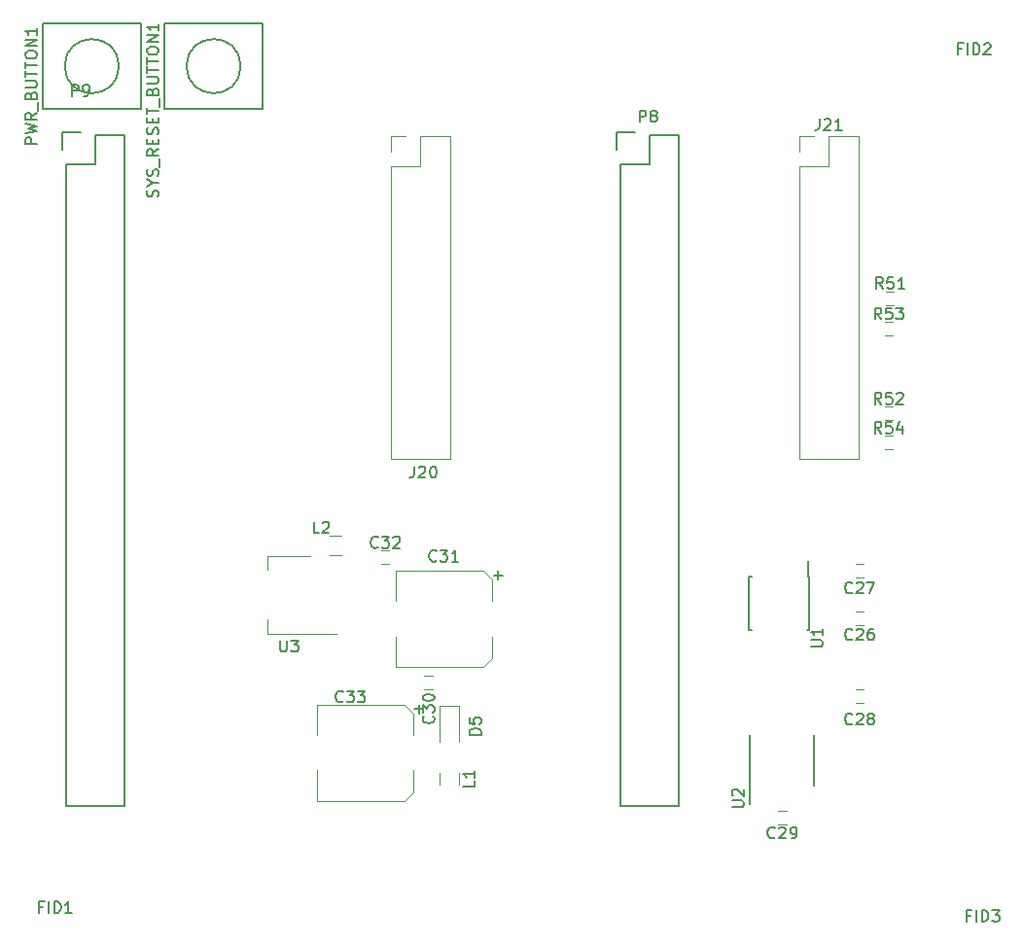
<source format=gto>
G04 #@! TF.FileFunction,Legend,Top*
%FSLAX46Y46*%
G04 Gerber Fmt 4.6, Leading zero omitted, Abs format (unit mm)*
G04 Created by KiCad (PCBNEW 4.0.6) date 08/23/17 08:58:04*
%MOMM*%
%LPD*%
G01*
G04 APERTURE LIST*
%ADD10C,0.100000*%
%ADD11C,0.150000*%
%ADD12C,0.120000*%
G04 APERTURE END LIST*
D10*
D11*
X218088100Y-100556400D02*
X218088100Y-42136400D01*
X213008100Y-100556400D02*
X213008100Y-44676400D01*
X218088100Y-100556400D02*
X213008100Y-100556400D01*
X218088100Y-42136400D02*
X215548100Y-42136400D01*
X214278100Y-41856400D02*
X212728100Y-41856400D01*
X215548100Y-42136400D02*
X215548100Y-44676400D01*
X215548100Y-44676400D02*
X213008100Y-44676400D01*
X212728100Y-41856400D02*
X212728100Y-43406400D01*
X169828100Y-100556400D02*
X169828100Y-42136400D01*
X164748100Y-100556400D02*
X164748100Y-44676400D01*
X169828100Y-100556400D02*
X164748100Y-100556400D01*
X169828100Y-42136400D02*
X167288100Y-42136400D01*
X166018100Y-41856400D02*
X164468100Y-41856400D01*
X167288100Y-42136400D02*
X167288100Y-44676400D01*
X167288100Y-44676400D02*
X164748100Y-44676400D01*
X164468100Y-41856400D02*
X164468100Y-43406400D01*
D12*
X233510100Y-83647105D02*
X234210100Y-83647105D01*
X234210100Y-84847105D02*
X233510100Y-84847105D01*
X233510100Y-79482400D02*
X234210100Y-79482400D01*
X234210100Y-80682400D02*
X233510100Y-80682400D01*
X233510100Y-90404398D02*
X234210100Y-90404398D01*
X234210100Y-91604398D02*
X233510100Y-91604398D01*
X227479100Y-102145400D02*
X226779100Y-102145400D01*
X226779100Y-100945400D02*
X227479100Y-100945400D01*
X196664100Y-90414400D02*
X195964100Y-90414400D01*
X195964100Y-89214400D02*
X196664100Y-89214400D01*
X201855100Y-87703400D02*
X201855100Y-85833400D01*
X201855100Y-80843400D02*
X201855100Y-82713400D01*
X193475100Y-80083400D02*
X193475100Y-82713400D01*
X193475100Y-88463400D02*
X193475100Y-85833400D01*
X193475100Y-80083400D02*
X201095100Y-80083400D01*
X201095100Y-80083400D02*
X201855100Y-80843400D01*
X201855100Y-87703400D02*
X201095100Y-88463400D01*
X201095100Y-88463400D02*
X193475100Y-88463400D01*
X192220100Y-78292400D02*
X192920100Y-78292400D01*
X192920100Y-79492400D02*
X192220100Y-79492400D01*
X194982100Y-99340400D02*
X194982100Y-97470400D01*
X194982100Y-92480400D02*
X194982100Y-94350400D01*
X186602100Y-91720400D02*
X186602100Y-94350400D01*
X186602100Y-100100400D02*
X186602100Y-97470400D01*
X186602100Y-91720400D02*
X194222100Y-91720400D01*
X194222100Y-91720400D02*
X194982100Y-92480400D01*
X194982100Y-99340400D02*
X194222100Y-100100400D01*
X194222100Y-100100400D02*
X186602100Y-100100400D01*
X198984100Y-91830400D02*
X197284100Y-91830400D01*
X197284100Y-91830400D02*
X197284100Y-94980400D01*
X198984100Y-91830400D02*
X198984100Y-94980400D01*
X199008100Y-98696400D02*
X199008100Y-97696400D01*
X197308100Y-97696400D02*
X197308100Y-98696400D01*
X187752100Y-78726400D02*
X188752100Y-78726400D01*
X188752100Y-77026400D02*
X187752100Y-77026400D01*
D11*
X169378595Y-36132400D02*
G75*
G03X169378595Y-36132400I-2358495J0D01*
G01*
X162770100Y-39882400D02*
X162770100Y-32382400D01*
X162770100Y-32382400D02*
X171270100Y-32382400D01*
X171270100Y-32382400D02*
X171270100Y-39882400D01*
X171270100Y-39882400D02*
X162770100Y-39882400D01*
D12*
X236147910Y-55733400D02*
X236847910Y-55733400D01*
X236847910Y-56933400D02*
X236147910Y-56933400D01*
X236050100Y-65766400D02*
X236750100Y-65766400D01*
X236750100Y-66966400D02*
X236050100Y-66966400D01*
X236050100Y-58400400D02*
X236750100Y-58400400D01*
X236750100Y-59600400D02*
X236050100Y-59600400D01*
X236050100Y-68306400D02*
X236750100Y-68306400D01*
X236750100Y-69506400D02*
X236050100Y-69506400D01*
D11*
X229494100Y-80551400D02*
X229369100Y-80551400D01*
X229494100Y-85201400D02*
X229269100Y-85201400D01*
X224244100Y-85201400D02*
X224469100Y-85201400D01*
X224244100Y-80551400D02*
X224469100Y-80551400D01*
X229494100Y-80551400D02*
X229494100Y-85201400D01*
X224244100Y-80551400D02*
X224244100Y-85201400D01*
X229369100Y-80551400D02*
X229369100Y-79201400D01*
X229854100Y-98792400D02*
X229854100Y-94392400D01*
X224329100Y-100367400D02*
X224329100Y-94392400D01*
D12*
X182278100Y-78770400D02*
X182278100Y-80030400D01*
X182278100Y-85590400D02*
X182278100Y-84330400D01*
X186038100Y-78770400D02*
X182278100Y-78770400D01*
X188288100Y-85590400D02*
X182278100Y-85590400D01*
X193018100Y-70316400D02*
X198218100Y-70316400D01*
X193018100Y-44856400D02*
X193018100Y-70316400D01*
X198218100Y-42256400D02*
X198218100Y-70316400D01*
X193018100Y-44856400D02*
X195618100Y-44856400D01*
X195618100Y-44856400D02*
X195618100Y-42256400D01*
X195618100Y-42256400D02*
X198218100Y-42256400D01*
X193018100Y-43586400D02*
X193018100Y-42256400D01*
X193018100Y-42256400D02*
X194348100Y-42256400D01*
X228578100Y-70316400D02*
X233778100Y-70316400D01*
X228578100Y-44856400D02*
X228578100Y-70316400D01*
X233778100Y-42256400D02*
X233778100Y-70316400D01*
X228578100Y-44856400D02*
X231178100Y-44856400D01*
X231178100Y-44856400D02*
X231178100Y-42256400D01*
X231178100Y-42256400D02*
X233778100Y-42256400D01*
X228578100Y-43586400D02*
X228578100Y-42256400D01*
X228578100Y-42256400D02*
X229908100Y-42256400D01*
D11*
X179978595Y-36132400D02*
G75*
G03X179978595Y-36132400I-2358495J0D01*
G01*
X173370100Y-39882400D02*
X173370100Y-32382400D01*
X173370100Y-32382400D02*
X181870100Y-32382400D01*
X181870100Y-32382400D02*
X181870100Y-39882400D01*
X181870100Y-39882400D02*
X173370100Y-39882400D01*
X214692005Y-40990781D02*
X214692005Y-39990781D01*
X215072958Y-39990781D01*
X215168196Y-40038400D01*
X215215815Y-40086019D01*
X215263434Y-40181257D01*
X215263434Y-40324114D01*
X215215815Y-40419352D01*
X215168196Y-40466971D01*
X215072958Y-40514590D01*
X214692005Y-40514590D01*
X215834862Y-40419352D02*
X215739624Y-40371733D01*
X215692005Y-40324114D01*
X215644386Y-40228876D01*
X215644386Y-40181257D01*
X215692005Y-40086019D01*
X215739624Y-40038400D01*
X215834862Y-39990781D01*
X216025339Y-39990781D01*
X216120577Y-40038400D01*
X216168196Y-40086019D01*
X216215815Y-40181257D01*
X216215815Y-40228876D01*
X216168196Y-40324114D01*
X216120577Y-40371733D01*
X216025339Y-40419352D01*
X215834862Y-40419352D01*
X215739624Y-40466971D01*
X215692005Y-40514590D01*
X215644386Y-40609829D01*
X215644386Y-40800305D01*
X215692005Y-40895543D01*
X215739624Y-40943162D01*
X215834862Y-40990781D01*
X216025339Y-40990781D01*
X216120577Y-40943162D01*
X216168196Y-40895543D01*
X216215815Y-40800305D01*
X216215815Y-40609829D01*
X216168196Y-40514590D01*
X216120577Y-40466971D01*
X216025339Y-40419352D01*
X165280005Y-38758781D02*
X165280005Y-37758781D01*
X165660958Y-37758781D01*
X165756196Y-37806400D01*
X165803815Y-37854019D01*
X165851434Y-37949257D01*
X165851434Y-38092114D01*
X165803815Y-38187352D01*
X165756196Y-38234971D01*
X165660958Y-38282590D01*
X165280005Y-38282590D01*
X166327624Y-38758781D02*
X166518100Y-38758781D01*
X166613339Y-38711162D01*
X166660958Y-38663543D01*
X166756196Y-38520686D01*
X166803815Y-38330210D01*
X166803815Y-37949257D01*
X166756196Y-37854019D01*
X166708577Y-37806400D01*
X166613339Y-37758781D01*
X166422862Y-37758781D01*
X166327624Y-37806400D01*
X166280005Y-37854019D01*
X166232386Y-37949257D01*
X166232386Y-38187352D01*
X166280005Y-38282590D01*
X166327624Y-38330210D01*
X166422862Y-38377829D01*
X166613339Y-38377829D01*
X166708577Y-38330210D01*
X166756196Y-38282590D01*
X166803815Y-38187352D01*
X233217243Y-86027543D02*
X233169624Y-86075162D01*
X233026767Y-86122781D01*
X232931529Y-86122781D01*
X232788671Y-86075162D01*
X232693433Y-85979924D01*
X232645814Y-85884686D01*
X232598195Y-85694210D01*
X232598195Y-85551352D01*
X232645814Y-85360876D01*
X232693433Y-85265638D01*
X232788671Y-85170400D01*
X232931529Y-85122781D01*
X233026767Y-85122781D01*
X233169624Y-85170400D01*
X233217243Y-85218019D01*
X233598195Y-85218019D02*
X233645814Y-85170400D01*
X233741052Y-85122781D01*
X233979148Y-85122781D01*
X234074386Y-85170400D01*
X234122005Y-85218019D01*
X234169624Y-85313257D01*
X234169624Y-85408495D01*
X234122005Y-85551352D01*
X233550576Y-86122781D01*
X234169624Y-86122781D01*
X235026767Y-85122781D02*
X234836290Y-85122781D01*
X234741052Y-85170400D01*
X234693433Y-85218019D01*
X234598195Y-85360876D01*
X234550576Y-85551352D01*
X234550576Y-85932305D01*
X234598195Y-86027543D01*
X234645814Y-86075162D01*
X234741052Y-86122781D01*
X234931529Y-86122781D01*
X235026767Y-86075162D01*
X235074386Y-86027543D01*
X235122005Y-85932305D01*
X235122005Y-85694210D01*
X235074386Y-85598971D01*
X235026767Y-85551352D01*
X234931529Y-85503733D01*
X234741052Y-85503733D01*
X234645814Y-85551352D01*
X234598195Y-85598971D01*
X234550576Y-85694210D01*
X233217243Y-81963543D02*
X233169624Y-82011162D01*
X233026767Y-82058781D01*
X232931529Y-82058781D01*
X232788671Y-82011162D01*
X232693433Y-81915924D01*
X232645814Y-81820686D01*
X232598195Y-81630210D01*
X232598195Y-81487352D01*
X232645814Y-81296876D01*
X232693433Y-81201638D01*
X232788671Y-81106400D01*
X232931529Y-81058781D01*
X233026767Y-81058781D01*
X233169624Y-81106400D01*
X233217243Y-81154019D01*
X233598195Y-81154019D02*
X233645814Y-81106400D01*
X233741052Y-81058781D01*
X233979148Y-81058781D01*
X234074386Y-81106400D01*
X234122005Y-81154019D01*
X234169624Y-81249257D01*
X234169624Y-81344495D01*
X234122005Y-81487352D01*
X233550576Y-82058781D01*
X234169624Y-82058781D01*
X234502957Y-81058781D02*
X235169624Y-81058781D01*
X234741052Y-82058781D01*
X233217243Y-93393541D02*
X233169624Y-93441160D01*
X233026767Y-93488779D01*
X232931529Y-93488779D01*
X232788671Y-93441160D01*
X232693433Y-93345922D01*
X232645814Y-93250684D01*
X232598195Y-93060208D01*
X232598195Y-92917350D01*
X232645814Y-92726874D01*
X232693433Y-92631636D01*
X232788671Y-92536398D01*
X232931529Y-92488779D01*
X233026767Y-92488779D01*
X233169624Y-92536398D01*
X233217243Y-92584017D01*
X233598195Y-92584017D02*
X233645814Y-92536398D01*
X233741052Y-92488779D01*
X233979148Y-92488779D01*
X234074386Y-92536398D01*
X234122005Y-92584017D01*
X234169624Y-92679255D01*
X234169624Y-92774493D01*
X234122005Y-92917350D01*
X233550576Y-93488779D01*
X234169624Y-93488779D01*
X234741052Y-92917350D02*
X234645814Y-92869731D01*
X234598195Y-92822112D01*
X234550576Y-92726874D01*
X234550576Y-92679255D01*
X234598195Y-92584017D01*
X234645814Y-92536398D01*
X234741052Y-92488779D01*
X234931529Y-92488779D01*
X235026767Y-92536398D01*
X235074386Y-92584017D01*
X235122005Y-92679255D01*
X235122005Y-92726874D01*
X235074386Y-92822112D01*
X235026767Y-92869731D01*
X234931529Y-92917350D01*
X234741052Y-92917350D01*
X234645814Y-92964969D01*
X234598195Y-93012588D01*
X234550576Y-93107827D01*
X234550576Y-93298303D01*
X234598195Y-93393541D01*
X234645814Y-93441160D01*
X234741052Y-93488779D01*
X234931529Y-93488779D01*
X235026767Y-93441160D01*
X235074386Y-93393541D01*
X235122005Y-93298303D01*
X235122005Y-93107827D01*
X235074386Y-93012588D01*
X235026767Y-92964969D01*
X234931529Y-92917350D01*
X226486243Y-103299543D02*
X226438624Y-103347162D01*
X226295767Y-103394781D01*
X226200529Y-103394781D01*
X226057671Y-103347162D01*
X225962433Y-103251924D01*
X225914814Y-103156686D01*
X225867195Y-102966210D01*
X225867195Y-102823352D01*
X225914814Y-102632876D01*
X225962433Y-102537638D01*
X226057671Y-102442400D01*
X226200529Y-102394781D01*
X226295767Y-102394781D01*
X226438624Y-102442400D01*
X226486243Y-102490019D01*
X226867195Y-102490019D02*
X226914814Y-102442400D01*
X227010052Y-102394781D01*
X227248148Y-102394781D01*
X227343386Y-102442400D01*
X227391005Y-102490019D01*
X227438624Y-102585257D01*
X227438624Y-102680495D01*
X227391005Y-102823352D01*
X226819576Y-103394781D01*
X227438624Y-103394781D01*
X227914814Y-103394781D02*
X228105290Y-103394781D01*
X228200529Y-103347162D01*
X228248148Y-103299543D01*
X228343386Y-103156686D01*
X228391005Y-102966210D01*
X228391005Y-102585257D01*
X228343386Y-102490019D01*
X228295767Y-102442400D01*
X228200529Y-102394781D01*
X228010052Y-102394781D01*
X227914814Y-102442400D01*
X227867195Y-102490019D01*
X227819576Y-102585257D01*
X227819576Y-102823352D01*
X227867195Y-102918590D01*
X227914814Y-102966210D01*
X228010052Y-103013829D01*
X228200529Y-103013829D01*
X228295767Y-102966210D01*
X228343386Y-102918590D01*
X228391005Y-102823352D01*
X196737243Y-92743257D02*
X196784862Y-92790876D01*
X196832481Y-92933733D01*
X196832481Y-93028971D01*
X196784862Y-93171829D01*
X196689624Y-93267067D01*
X196594386Y-93314686D01*
X196403910Y-93362305D01*
X196261052Y-93362305D01*
X196070576Y-93314686D01*
X195975338Y-93267067D01*
X195880100Y-93171829D01*
X195832481Y-93028971D01*
X195832481Y-92933733D01*
X195880100Y-92790876D01*
X195927719Y-92743257D01*
X195832481Y-92409924D02*
X195832481Y-91790876D01*
X196213433Y-92124210D01*
X196213433Y-91981352D01*
X196261052Y-91886114D01*
X196308671Y-91838495D01*
X196403910Y-91790876D01*
X196642005Y-91790876D01*
X196737243Y-91838495D01*
X196784862Y-91886114D01*
X196832481Y-91981352D01*
X196832481Y-92267067D01*
X196784862Y-92362305D01*
X196737243Y-92409924D01*
X195832481Y-91171829D02*
X195832481Y-91076590D01*
X195880100Y-90981352D01*
X195927719Y-90933733D01*
X196022957Y-90886114D01*
X196213433Y-90838495D01*
X196451529Y-90838495D01*
X196642005Y-90886114D01*
X196737243Y-90933733D01*
X196784862Y-90981352D01*
X196832481Y-91076590D01*
X196832481Y-91171829D01*
X196784862Y-91267067D01*
X196737243Y-91314686D01*
X196642005Y-91362305D01*
X196451529Y-91409924D01*
X196213433Y-91409924D01*
X196022957Y-91362305D01*
X195927719Y-91314686D01*
X195880100Y-91267067D01*
X195832481Y-91171829D01*
X197022243Y-79180543D02*
X196974624Y-79228162D01*
X196831767Y-79275781D01*
X196736529Y-79275781D01*
X196593671Y-79228162D01*
X196498433Y-79132924D01*
X196450814Y-79037686D01*
X196403195Y-78847210D01*
X196403195Y-78704352D01*
X196450814Y-78513876D01*
X196498433Y-78418638D01*
X196593671Y-78323400D01*
X196736529Y-78275781D01*
X196831767Y-78275781D01*
X196974624Y-78323400D01*
X197022243Y-78371019D01*
X197355576Y-78275781D02*
X197974624Y-78275781D01*
X197641290Y-78656733D01*
X197784148Y-78656733D01*
X197879386Y-78704352D01*
X197927005Y-78751971D01*
X197974624Y-78847210D01*
X197974624Y-79085305D01*
X197927005Y-79180543D01*
X197879386Y-79228162D01*
X197784148Y-79275781D01*
X197498433Y-79275781D01*
X197403195Y-79228162D01*
X197355576Y-79180543D01*
X198927005Y-79275781D02*
X198355576Y-79275781D01*
X198641290Y-79275781D02*
X198641290Y-78275781D01*
X198546052Y-78418638D01*
X198450814Y-78513876D01*
X198355576Y-78561495D01*
X202004148Y-80494829D02*
X202766053Y-80494829D01*
X202385101Y-80875781D02*
X202385101Y-80113876D01*
X191927243Y-77999543D02*
X191879624Y-78047162D01*
X191736767Y-78094781D01*
X191641529Y-78094781D01*
X191498671Y-78047162D01*
X191403433Y-77951924D01*
X191355814Y-77856686D01*
X191308195Y-77666210D01*
X191308195Y-77523352D01*
X191355814Y-77332876D01*
X191403433Y-77237638D01*
X191498671Y-77142400D01*
X191641529Y-77094781D01*
X191736767Y-77094781D01*
X191879624Y-77142400D01*
X191927243Y-77190019D01*
X192260576Y-77094781D02*
X192879624Y-77094781D01*
X192546290Y-77475733D01*
X192689148Y-77475733D01*
X192784386Y-77523352D01*
X192832005Y-77570971D01*
X192879624Y-77666210D01*
X192879624Y-77904305D01*
X192832005Y-77999543D01*
X192784386Y-78047162D01*
X192689148Y-78094781D01*
X192403433Y-78094781D01*
X192308195Y-78047162D01*
X192260576Y-77999543D01*
X193260576Y-77190019D02*
X193308195Y-77142400D01*
X193403433Y-77094781D01*
X193641529Y-77094781D01*
X193736767Y-77142400D01*
X193784386Y-77190019D01*
X193832005Y-77285257D01*
X193832005Y-77380495D01*
X193784386Y-77523352D01*
X193212957Y-78094781D01*
X193832005Y-78094781D01*
X188879243Y-91441543D02*
X188831624Y-91489162D01*
X188688767Y-91536781D01*
X188593529Y-91536781D01*
X188450671Y-91489162D01*
X188355433Y-91393924D01*
X188307814Y-91298686D01*
X188260195Y-91108210D01*
X188260195Y-90965352D01*
X188307814Y-90774876D01*
X188355433Y-90679638D01*
X188450671Y-90584400D01*
X188593529Y-90536781D01*
X188688767Y-90536781D01*
X188831624Y-90584400D01*
X188879243Y-90632019D01*
X189212576Y-90536781D02*
X189831624Y-90536781D01*
X189498290Y-90917733D01*
X189641148Y-90917733D01*
X189736386Y-90965352D01*
X189784005Y-91012971D01*
X189831624Y-91108210D01*
X189831624Y-91346305D01*
X189784005Y-91441543D01*
X189736386Y-91489162D01*
X189641148Y-91536781D01*
X189355433Y-91536781D01*
X189260195Y-91489162D01*
X189212576Y-91441543D01*
X190164957Y-90536781D02*
X190784005Y-90536781D01*
X190450671Y-90917733D01*
X190593529Y-90917733D01*
X190688767Y-90965352D01*
X190736386Y-91012971D01*
X190784005Y-91108210D01*
X190784005Y-91346305D01*
X190736386Y-91441543D01*
X190688767Y-91489162D01*
X190593529Y-91536781D01*
X190307814Y-91536781D01*
X190212576Y-91489162D01*
X190164957Y-91441543D01*
X195131148Y-92131829D02*
X195893053Y-92131829D01*
X195512101Y-92512781D02*
X195512101Y-91750876D01*
X200896481Y-94362495D02*
X199896481Y-94362495D01*
X199896481Y-94124400D01*
X199944100Y-93981542D01*
X200039338Y-93886304D01*
X200134576Y-93838685D01*
X200325052Y-93791066D01*
X200467910Y-93791066D01*
X200658386Y-93838685D01*
X200753624Y-93886304D01*
X200848862Y-93981542D01*
X200896481Y-94124400D01*
X200896481Y-94362495D01*
X199896481Y-92886304D02*
X199896481Y-93362495D01*
X200372671Y-93410114D01*
X200325052Y-93362495D01*
X200277433Y-93267257D01*
X200277433Y-93029161D01*
X200325052Y-92933923D01*
X200372671Y-92886304D01*
X200467910Y-92838685D01*
X200706005Y-92838685D01*
X200801243Y-92886304D01*
X200848862Y-92933923D01*
X200896481Y-93029161D01*
X200896481Y-93267257D01*
X200848862Y-93362495D01*
X200801243Y-93410114D01*
X200360481Y-98363066D02*
X200360481Y-98839257D01*
X199360481Y-98839257D01*
X200360481Y-97505923D02*
X200360481Y-98077352D01*
X200360481Y-97791638D02*
X199360481Y-97791638D01*
X199503338Y-97886876D01*
X199598576Y-97982114D01*
X199646195Y-98077352D01*
X186815434Y-76804781D02*
X186339243Y-76804781D01*
X186339243Y-75804781D01*
X187101148Y-75900019D02*
X187148767Y-75852400D01*
X187244005Y-75804781D01*
X187482101Y-75804781D01*
X187577339Y-75852400D01*
X187624958Y-75900019D01*
X187672577Y-75995257D01*
X187672577Y-76090495D01*
X187624958Y-76233352D01*
X187053529Y-76804781D01*
X187672577Y-76804781D01*
X162222481Y-42906210D02*
X161222481Y-42906210D01*
X161222481Y-42525257D01*
X161270100Y-42430019D01*
X161317719Y-42382400D01*
X161412957Y-42334781D01*
X161555814Y-42334781D01*
X161651052Y-42382400D01*
X161698671Y-42430019D01*
X161746290Y-42525257D01*
X161746290Y-42906210D01*
X161222481Y-42001448D02*
X162222481Y-41763353D01*
X161508195Y-41572876D01*
X162222481Y-41382400D01*
X161222481Y-41144305D01*
X162222481Y-40191924D02*
X161746290Y-40525258D01*
X162222481Y-40763353D02*
X161222481Y-40763353D01*
X161222481Y-40382400D01*
X161270100Y-40287162D01*
X161317719Y-40239543D01*
X161412957Y-40191924D01*
X161555814Y-40191924D01*
X161651052Y-40239543D01*
X161698671Y-40287162D01*
X161746290Y-40382400D01*
X161746290Y-40763353D01*
X162317719Y-40001448D02*
X162317719Y-39239543D01*
X161698671Y-38668114D02*
X161746290Y-38525257D01*
X161793910Y-38477638D01*
X161889148Y-38430019D01*
X162032005Y-38430019D01*
X162127243Y-38477638D01*
X162174862Y-38525257D01*
X162222481Y-38620495D01*
X162222481Y-39001448D01*
X161222481Y-39001448D01*
X161222481Y-38668114D01*
X161270100Y-38572876D01*
X161317719Y-38525257D01*
X161412957Y-38477638D01*
X161508195Y-38477638D01*
X161603433Y-38525257D01*
X161651052Y-38572876D01*
X161698671Y-38668114D01*
X161698671Y-39001448D01*
X161222481Y-38001448D02*
X162032005Y-38001448D01*
X162127243Y-37953829D01*
X162174862Y-37906210D01*
X162222481Y-37810972D01*
X162222481Y-37620495D01*
X162174862Y-37525257D01*
X162127243Y-37477638D01*
X162032005Y-37430019D01*
X161222481Y-37430019D01*
X161222481Y-37096686D02*
X161222481Y-36525257D01*
X162222481Y-36810972D02*
X161222481Y-36810972D01*
X161222481Y-36334781D02*
X161222481Y-35763352D01*
X162222481Y-36049067D02*
X161222481Y-36049067D01*
X161222481Y-35239543D02*
X161222481Y-35049066D01*
X161270100Y-34953828D01*
X161365338Y-34858590D01*
X161555814Y-34810971D01*
X161889148Y-34810971D01*
X162079624Y-34858590D01*
X162174862Y-34953828D01*
X162222481Y-35049066D01*
X162222481Y-35239543D01*
X162174862Y-35334781D01*
X162079624Y-35430019D01*
X161889148Y-35477638D01*
X161555814Y-35477638D01*
X161365338Y-35430019D01*
X161270100Y-35334781D01*
X161222481Y-35239543D01*
X162222481Y-34382400D02*
X161222481Y-34382400D01*
X162222481Y-33810971D01*
X161222481Y-33810971D01*
X162222481Y-32810971D02*
X162222481Y-33382400D01*
X162222481Y-33096686D02*
X161222481Y-33096686D01*
X161365338Y-33191924D01*
X161460576Y-33287162D01*
X161508195Y-33382400D01*
X235884243Y-55515781D02*
X235550909Y-55039590D01*
X235312814Y-55515781D02*
X235312814Y-54515781D01*
X235693767Y-54515781D01*
X235789005Y-54563400D01*
X235836624Y-54611019D01*
X235884243Y-54706257D01*
X235884243Y-54849114D01*
X235836624Y-54944352D01*
X235789005Y-54991971D01*
X235693767Y-55039590D01*
X235312814Y-55039590D01*
X236789005Y-54515781D02*
X236312814Y-54515781D01*
X236265195Y-54991971D01*
X236312814Y-54944352D01*
X236408052Y-54896733D01*
X236646148Y-54896733D01*
X236741386Y-54944352D01*
X236789005Y-54991971D01*
X236836624Y-55087210D01*
X236836624Y-55325305D01*
X236789005Y-55420543D01*
X236741386Y-55468162D01*
X236646148Y-55515781D01*
X236408052Y-55515781D01*
X236312814Y-55468162D01*
X236265195Y-55420543D01*
X237789005Y-55515781D02*
X237217576Y-55515781D01*
X237503290Y-55515781D02*
X237503290Y-54515781D01*
X237408052Y-54658638D01*
X237312814Y-54753876D01*
X237217576Y-54801495D01*
X235757243Y-65568781D02*
X235423909Y-65092590D01*
X235185814Y-65568781D02*
X235185814Y-64568781D01*
X235566767Y-64568781D01*
X235662005Y-64616400D01*
X235709624Y-64664019D01*
X235757243Y-64759257D01*
X235757243Y-64902114D01*
X235709624Y-64997352D01*
X235662005Y-65044971D01*
X235566767Y-65092590D01*
X235185814Y-65092590D01*
X236662005Y-64568781D02*
X236185814Y-64568781D01*
X236138195Y-65044971D01*
X236185814Y-64997352D01*
X236281052Y-64949733D01*
X236519148Y-64949733D01*
X236614386Y-64997352D01*
X236662005Y-65044971D01*
X236709624Y-65140210D01*
X236709624Y-65378305D01*
X236662005Y-65473543D01*
X236614386Y-65521162D01*
X236519148Y-65568781D01*
X236281052Y-65568781D01*
X236185814Y-65521162D01*
X236138195Y-65473543D01*
X237090576Y-64664019D02*
X237138195Y-64616400D01*
X237233433Y-64568781D01*
X237471529Y-64568781D01*
X237566767Y-64616400D01*
X237614386Y-64664019D01*
X237662005Y-64759257D01*
X237662005Y-64854495D01*
X237614386Y-64997352D01*
X237042957Y-65568781D01*
X237662005Y-65568781D01*
X235757243Y-58182781D02*
X235423909Y-57706590D01*
X235185814Y-58182781D02*
X235185814Y-57182781D01*
X235566767Y-57182781D01*
X235662005Y-57230400D01*
X235709624Y-57278019D01*
X235757243Y-57373257D01*
X235757243Y-57516114D01*
X235709624Y-57611352D01*
X235662005Y-57658971D01*
X235566767Y-57706590D01*
X235185814Y-57706590D01*
X236662005Y-57182781D02*
X236185814Y-57182781D01*
X236138195Y-57658971D01*
X236185814Y-57611352D01*
X236281052Y-57563733D01*
X236519148Y-57563733D01*
X236614386Y-57611352D01*
X236662005Y-57658971D01*
X236709624Y-57754210D01*
X236709624Y-57992305D01*
X236662005Y-58087543D01*
X236614386Y-58135162D01*
X236519148Y-58182781D01*
X236281052Y-58182781D01*
X236185814Y-58135162D01*
X236138195Y-58087543D01*
X237042957Y-57182781D02*
X237662005Y-57182781D01*
X237328671Y-57563733D01*
X237471529Y-57563733D01*
X237566767Y-57611352D01*
X237614386Y-57658971D01*
X237662005Y-57754210D01*
X237662005Y-57992305D01*
X237614386Y-58087543D01*
X237566767Y-58135162D01*
X237471529Y-58182781D01*
X237185814Y-58182781D01*
X237090576Y-58135162D01*
X237042957Y-58087543D01*
X235757243Y-68108781D02*
X235423909Y-67632590D01*
X235185814Y-68108781D02*
X235185814Y-67108781D01*
X235566767Y-67108781D01*
X235662005Y-67156400D01*
X235709624Y-67204019D01*
X235757243Y-67299257D01*
X235757243Y-67442114D01*
X235709624Y-67537352D01*
X235662005Y-67584971D01*
X235566767Y-67632590D01*
X235185814Y-67632590D01*
X236662005Y-67108781D02*
X236185814Y-67108781D01*
X236138195Y-67584971D01*
X236185814Y-67537352D01*
X236281052Y-67489733D01*
X236519148Y-67489733D01*
X236614386Y-67537352D01*
X236662005Y-67584971D01*
X236709624Y-67680210D01*
X236709624Y-67918305D01*
X236662005Y-68013543D01*
X236614386Y-68061162D01*
X236519148Y-68108781D01*
X236281052Y-68108781D01*
X236185814Y-68061162D01*
X236138195Y-68013543D01*
X237566767Y-67442114D02*
X237566767Y-68108781D01*
X237328671Y-67061162D02*
X237090576Y-67775448D01*
X237709624Y-67775448D01*
X229623481Y-86686305D02*
X230433005Y-86686305D01*
X230528243Y-86638686D01*
X230575862Y-86591067D01*
X230623481Y-86495829D01*
X230623481Y-86305352D01*
X230575862Y-86210114D01*
X230528243Y-86162495D01*
X230433005Y-86114876D01*
X229623481Y-86114876D01*
X230623481Y-85114876D02*
X230623481Y-85686305D01*
X230623481Y-85400591D02*
X229623481Y-85400591D01*
X229766338Y-85495829D01*
X229861576Y-85591067D01*
X229909195Y-85686305D01*
X222771481Y-100656305D02*
X223581005Y-100656305D01*
X223676243Y-100608686D01*
X223723862Y-100561067D01*
X223771481Y-100465829D01*
X223771481Y-100275352D01*
X223723862Y-100180114D01*
X223676243Y-100132495D01*
X223581005Y-100084876D01*
X222771481Y-100084876D01*
X222866719Y-99656305D02*
X222819100Y-99608686D01*
X222771481Y-99513448D01*
X222771481Y-99275352D01*
X222819100Y-99180114D01*
X222866719Y-99132495D01*
X222961957Y-99084876D01*
X223057195Y-99084876D01*
X223200052Y-99132495D01*
X223771481Y-99703924D01*
X223771481Y-99084876D01*
X183426195Y-86132781D02*
X183426195Y-86942305D01*
X183473814Y-87037543D01*
X183521433Y-87085162D01*
X183616671Y-87132781D01*
X183807148Y-87132781D01*
X183902386Y-87085162D01*
X183950005Y-87037543D01*
X183997624Y-86942305D01*
X183997624Y-86132781D01*
X184378576Y-86132781D02*
X184997624Y-86132781D01*
X184664290Y-86513733D01*
X184807148Y-86513733D01*
X184902386Y-86561352D01*
X184950005Y-86608971D01*
X184997624Y-86704210D01*
X184997624Y-86942305D01*
X184950005Y-87037543D01*
X184902386Y-87085162D01*
X184807148Y-87132781D01*
X184521433Y-87132781D01*
X184426195Y-87085162D01*
X184378576Y-87037543D01*
X195062577Y-70978781D02*
X195062577Y-71693067D01*
X195014957Y-71835924D01*
X194919719Y-71931162D01*
X194776862Y-71978781D01*
X194681624Y-71978781D01*
X195491148Y-71074019D02*
X195538767Y-71026400D01*
X195634005Y-70978781D01*
X195872101Y-70978781D01*
X195967339Y-71026400D01*
X196014958Y-71074019D01*
X196062577Y-71169257D01*
X196062577Y-71264495D01*
X196014958Y-71407352D01*
X195443529Y-71978781D01*
X196062577Y-71978781D01*
X196681624Y-70978781D02*
X196776863Y-70978781D01*
X196872101Y-71026400D01*
X196919720Y-71074019D01*
X196967339Y-71169257D01*
X197014958Y-71359733D01*
X197014958Y-71597829D01*
X196967339Y-71788305D01*
X196919720Y-71883543D01*
X196872101Y-71931162D01*
X196776863Y-71978781D01*
X196681624Y-71978781D01*
X196586386Y-71931162D01*
X196538767Y-71883543D01*
X196491148Y-71788305D01*
X196443529Y-71597829D01*
X196443529Y-71359733D01*
X196491148Y-71169257D01*
X196538767Y-71074019D01*
X196586386Y-71026400D01*
X196681624Y-70978781D01*
X230368577Y-40708781D02*
X230368577Y-41423067D01*
X230320957Y-41565924D01*
X230225719Y-41661162D01*
X230082862Y-41708781D01*
X229987624Y-41708781D01*
X230797148Y-40804019D02*
X230844767Y-40756400D01*
X230940005Y-40708781D01*
X231178101Y-40708781D01*
X231273339Y-40756400D01*
X231320958Y-40804019D01*
X231368577Y-40899257D01*
X231368577Y-40994495D01*
X231320958Y-41137352D01*
X230749529Y-41708781D01*
X231368577Y-41708781D01*
X232320958Y-41708781D02*
X231749529Y-41708781D01*
X232035243Y-41708781D02*
X232035243Y-40708781D01*
X231940005Y-40851638D01*
X231844767Y-40946876D01*
X231749529Y-40994495D01*
X172774862Y-47506210D02*
X172822481Y-47363353D01*
X172822481Y-47125257D01*
X172774862Y-47030019D01*
X172727243Y-46982400D01*
X172632005Y-46934781D01*
X172536767Y-46934781D01*
X172441529Y-46982400D01*
X172393910Y-47030019D01*
X172346290Y-47125257D01*
X172298671Y-47315734D01*
X172251052Y-47410972D01*
X172203433Y-47458591D01*
X172108195Y-47506210D01*
X172012957Y-47506210D01*
X171917719Y-47458591D01*
X171870100Y-47410972D01*
X171822481Y-47315734D01*
X171822481Y-47077638D01*
X171870100Y-46934781D01*
X172346290Y-46315734D02*
X172822481Y-46315734D01*
X171822481Y-46649067D02*
X172346290Y-46315734D01*
X171822481Y-45982400D01*
X172774862Y-45696686D02*
X172822481Y-45553829D01*
X172822481Y-45315733D01*
X172774862Y-45220495D01*
X172727243Y-45172876D01*
X172632005Y-45125257D01*
X172536767Y-45125257D01*
X172441529Y-45172876D01*
X172393910Y-45220495D01*
X172346290Y-45315733D01*
X172298671Y-45506210D01*
X172251052Y-45601448D01*
X172203433Y-45649067D01*
X172108195Y-45696686D01*
X172012957Y-45696686D01*
X171917719Y-45649067D01*
X171870100Y-45601448D01*
X171822481Y-45506210D01*
X171822481Y-45268114D01*
X171870100Y-45125257D01*
X172917719Y-44934781D02*
X172917719Y-44172876D01*
X172822481Y-43363352D02*
X172346290Y-43696686D01*
X172822481Y-43934781D02*
X171822481Y-43934781D01*
X171822481Y-43553828D01*
X171870100Y-43458590D01*
X171917719Y-43410971D01*
X172012957Y-43363352D01*
X172155814Y-43363352D01*
X172251052Y-43410971D01*
X172298671Y-43458590D01*
X172346290Y-43553828D01*
X172346290Y-43934781D01*
X172298671Y-42934781D02*
X172298671Y-42601447D01*
X172822481Y-42458590D02*
X172822481Y-42934781D01*
X171822481Y-42934781D01*
X171822481Y-42458590D01*
X172774862Y-42077638D02*
X172822481Y-41934781D01*
X172822481Y-41696685D01*
X172774862Y-41601447D01*
X172727243Y-41553828D01*
X172632005Y-41506209D01*
X172536767Y-41506209D01*
X172441529Y-41553828D01*
X172393910Y-41601447D01*
X172346290Y-41696685D01*
X172298671Y-41887162D01*
X172251052Y-41982400D01*
X172203433Y-42030019D01*
X172108195Y-42077638D01*
X172012957Y-42077638D01*
X171917719Y-42030019D01*
X171870100Y-41982400D01*
X171822481Y-41887162D01*
X171822481Y-41649066D01*
X171870100Y-41506209D01*
X172298671Y-41077638D02*
X172298671Y-40744304D01*
X172822481Y-40601447D02*
X172822481Y-41077638D01*
X171822481Y-41077638D01*
X171822481Y-40601447D01*
X171822481Y-40315733D02*
X171822481Y-39744304D01*
X172822481Y-40030019D02*
X171822481Y-40030019D01*
X172917719Y-39649066D02*
X172917719Y-38887161D01*
X172298671Y-38315732D02*
X172346290Y-38172875D01*
X172393910Y-38125256D01*
X172489148Y-38077637D01*
X172632005Y-38077637D01*
X172727243Y-38125256D01*
X172774862Y-38172875D01*
X172822481Y-38268113D01*
X172822481Y-38649066D01*
X171822481Y-38649066D01*
X171822481Y-38315732D01*
X171870100Y-38220494D01*
X171917719Y-38172875D01*
X172012957Y-38125256D01*
X172108195Y-38125256D01*
X172203433Y-38172875D01*
X172251052Y-38220494D01*
X172298671Y-38315732D01*
X172298671Y-38649066D01*
X171822481Y-37649066D02*
X172632005Y-37649066D01*
X172727243Y-37601447D01*
X172774862Y-37553828D01*
X172822481Y-37458590D01*
X172822481Y-37268113D01*
X172774862Y-37172875D01*
X172727243Y-37125256D01*
X172632005Y-37077637D01*
X171822481Y-37077637D01*
X171822481Y-36744304D02*
X171822481Y-36172875D01*
X172822481Y-36458590D02*
X171822481Y-36458590D01*
X171822481Y-35982399D02*
X171822481Y-35410970D01*
X172822481Y-35696685D02*
X171822481Y-35696685D01*
X171822481Y-34887161D02*
X171822481Y-34696684D01*
X171870100Y-34601446D01*
X171965338Y-34506208D01*
X172155814Y-34458589D01*
X172489148Y-34458589D01*
X172679624Y-34506208D01*
X172774862Y-34601446D01*
X172822481Y-34696684D01*
X172822481Y-34887161D01*
X172774862Y-34982399D01*
X172679624Y-35077637D01*
X172489148Y-35125256D01*
X172155814Y-35125256D01*
X171965338Y-35077637D01*
X171870100Y-34982399D01*
X171822481Y-34887161D01*
X172822481Y-34030018D02*
X171822481Y-34030018D01*
X172822481Y-33458589D01*
X171822481Y-33458589D01*
X172822481Y-32458589D02*
X172822481Y-33030018D01*
X172822481Y-32744304D02*
X171822481Y-32744304D01*
X171965338Y-32839542D01*
X172060576Y-32934780D01*
X172108195Y-33030018D01*
X162748672Y-109360971D02*
X162415338Y-109360971D01*
X162415338Y-109884781D02*
X162415338Y-108884781D01*
X162891529Y-108884781D01*
X163272481Y-109884781D02*
X163272481Y-108884781D01*
X163748671Y-109884781D02*
X163748671Y-108884781D01*
X163986766Y-108884781D01*
X164129624Y-108932400D01*
X164224862Y-109027638D01*
X164272481Y-109122876D01*
X164320100Y-109313352D01*
X164320100Y-109456210D01*
X164272481Y-109646686D01*
X164224862Y-109741924D01*
X164129624Y-109837162D01*
X163986766Y-109884781D01*
X163748671Y-109884781D01*
X165272481Y-109884781D02*
X164701052Y-109884781D01*
X164986766Y-109884781D02*
X164986766Y-108884781D01*
X164891528Y-109027638D01*
X164796290Y-109122876D01*
X164701052Y-109170495D01*
X242748672Y-34610971D02*
X242415338Y-34610971D01*
X242415338Y-35134781D02*
X242415338Y-34134781D01*
X242891529Y-34134781D01*
X243272481Y-35134781D02*
X243272481Y-34134781D01*
X243748671Y-35134781D02*
X243748671Y-34134781D01*
X243986766Y-34134781D01*
X244129624Y-34182400D01*
X244224862Y-34277638D01*
X244272481Y-34372876D01*
X244320100Y-34563352D01*
X244320100Y-34706210D01*
X244272481Y-34896686D01*
X244224862Y-34991924D01*
X244129624Y-35087162D01*
X243986766Y-35134781D01*
X243748671Y-35134781D01*
X244701052Y-34230019D02*
X244748671Y-34182400D01*
X244843909Y-34134781D01*
X245082005Y-34134781D01*
X245177243Y-34182400D01*
X245224862Y-34230019D01*
X245272481Y-34325257D01*
X245272481Y-34420495D01*
X245224862Y-34563352D01*
X244653433Y-35134781D01*
X245272481Y-35134781D01*
X243498672Y-110110971D02*
X243165338Y-110110971D01*
X243165338Y-110634781D02*
X243165338Y-109634781D01*
X243641529Y-109634781D01*
X244022481Y-110634781D02*
X244022481Y-109634781D01*
X244498671Y-110634781D02*
X244498671Y-109634781D01*
X244736766Y-109634781D01*
X244879624Y-109682400D01*
X244974862Y-109777638D01*
X245022481Y-109872876D01*
X245070100Y-110063352D01*
X245070100Y-110206210D01*
X245022481Y-110396686D01*
X244974862Y-110491924D01*
X244879624Y-110587162D01*
X244736766Y-110634781D01*
X244498671Y-110634781D01*
X245403433Y-109634781D02*
X246022481Y-109634781D01*
X245689147Y-110015733D01*
X245832005Y-110015733D01*
X245927243Y-110063352D01*
X245974862Y-110110971D01*
X246022481Y-110206210D01*
X246022481Y-110444305D01*
X245974862Y-110539543D01*
X245927243Y-110587162D01*
X245832005Y-110634781D01*
X245546290Y-110634781D01*
X245451052Y-110587162D01*
X245403433Y-110539543D01*
M02*

</source>
